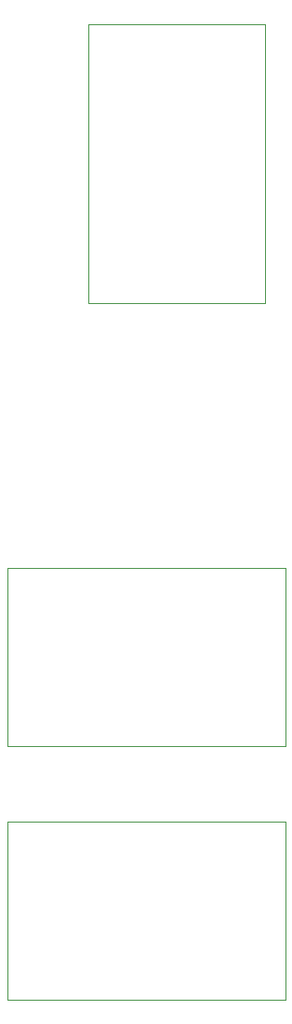
<source format=gbr>
%TF.GenerationSoftware,KiCad,Pcbnew,5.1.6*%
%TF.CreationDate,2020-08-25T15:19:02-07:00*%
%TF.ProjectId,uSDX,75534458-2e6b-4696-9361-645f70636258,2.0.3*%
%TF.SameCoordinates,Original*%
%TF.FileFunction,Other,User*%
%FSLAX46Y46*%
G04 Gerber Fmt 4.6, Leading zero omitted, Abs format (unit mm)*
G04 Created by KiCad (PCBNEW 5.1.6) date 2020-08-25 15:19:02*
%MOMM*%
%LPD*%
G01*
G04 APERTURE LIST*
%ADD10C,0.050000*%
G04 APERTURE END LIST*
D10*
%TO.C,L401*%
X61350000Y-94150000D02*
X45200000Y-94150000D01*
X45200000Y-94150000D02*
X45200000Y-68850000D01*
X45200000Y-68850000D02*
X61350000Y-68850000D01*
X61350000Y-68850000D02*
X61350000Y-94150000D01*
%TO.C,L403*%
X63150000Y-134350000D02*
X37850000Y-134350000D01*
X63150000Y-118200000D02*
X63150000Y-134350000D01*
X37850000Y-118200000D02*
X63150000Y-118200000D01*
X37850000Y-134350000D02*
X37850000Y-118200000D01*
%TO.C,L402*%
X63150000Y-157350000D02*
X37850000Y-157350000D01*
X63150000Y-141200000D02*
X63150000Y-157350000D01*
X37850000Y-141200000D02*
X63150000Y-141200000D01*
X37850000Y-157350000D02*
X37850000Y-141200000D01*
%TD*%
M02*

</source>
